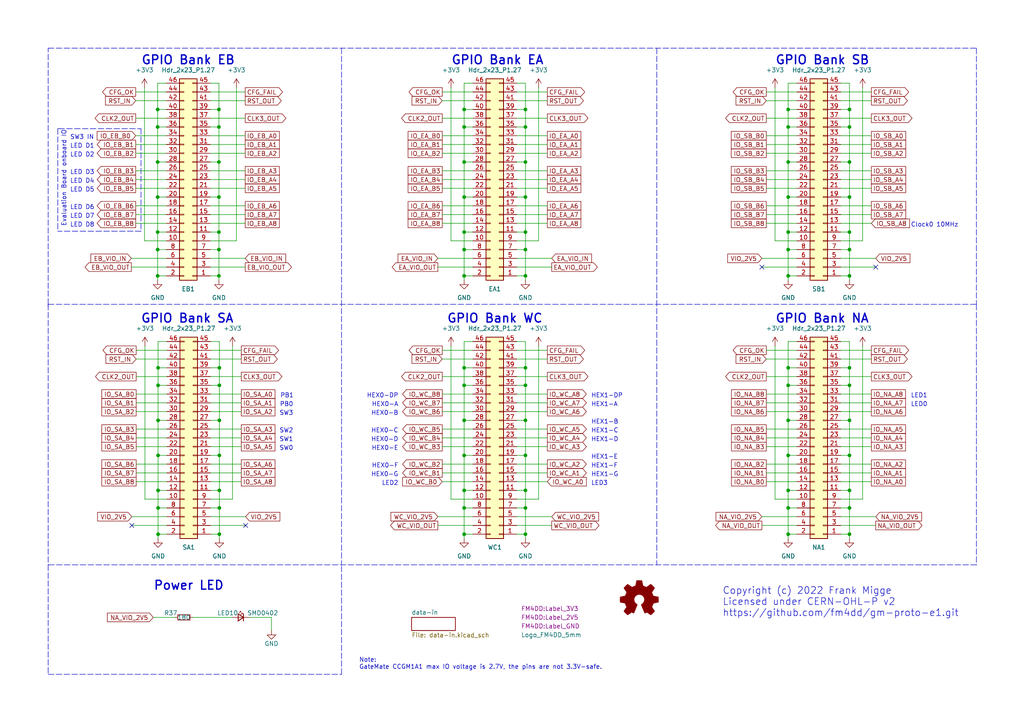
<source format=kicad_sch>
(kicad_sch (version 20211123) (generator eeschema)
  (paper "A4")
  (title_block (title "GateMate E1 Proto Board") (date "2022-09-04") (rev "1.0"))
  (junction (at 152.4 80.01))
  (junction (at 45.847 121.92))
  (junction (at 246.38 132.08))
  (junction (at 134.62 132.08))
  (junction (at 63.5 36.83))
  (junction (at 246.38 147.32))
  (junction (at 228.6 31.75))
  (junction (at 152.4 142.24))
  (junction (at 246.38 67.31))
  (junction (at 45.847 132.08))
  (junction (at 228.6 72.39))
  (junction (at 152.4 36.83))
  (junction (at 45.72 31.75))
  (junction (at 63.627 142.24))
  (junction (at 134.62 31.75))
  (junction (at 228.6 57.15))
  (junction (at 246.38 36.83))
  (junction (at 63.5 57.15))
  (junction (at 63.627 121.92))
  (junction (at 134.62 46.99))
  (junction (at 246.38 57.15))
  (junction (at 45.72 36.83))
  (junction (at 228.6 67.31))
  (junction (at 228.6 46.99))
  (junction (at 63.5 80.01))
  (junction (at 134.62 121.92))
  (junction (at 63.627 147.32))
  (junction (at 45.72 46.99))
  (junction (at 45.72 57.15))
  (junction (at 246.38 142.24))
  (junction (at 152.4 121.92))
  (junction (at 45.847 147.32))
  (junction (at 134.62 80.01))
  (junction (at 246.38 154.94))
  (junction (at 45.847 111.76))
  (junction (at 134.62 57.15))
  (junction (at 228.6 132.08))
  (junction (at 228.6 111.76))
  (junction (at 152.4 111.76))
  (junction (at 134.62 36.83))
  (junction (at 228.6 121.92))
  (junction (at 246.38 106.68))
  (junction (at 45.847 106.68))
  (junction (at 134.62 142.24))
  (junction (at 45.72 72.39))
  (junction (at 228.6 154.94))
  (junction (at 228.6 80.01))
  (junction (at 134.62 147.32))
  (junction (at 246.38 72.39))
  (junction (at 246.38 31.75))
  (junction (at 134.62 72.39))
  (junction (at 246.38 46.99))
  (junction (at 246.38 111.76))
  (junction (at 152.4 106.68))
  (junction (at 63.5 31.75))
  (junction (at 246.38 121.92))
  (junction (at 63.627 132.08))
  (junction (at 63.5 67.31))
  (junction (at 134.62 67.31))
  (junction (at 228.6 147.32))
  (junction (at 152.4 57.15))
  (junction (at 228.6 36.83))
  (junction (at 246.38 80.01))
  (junction (at 45.847 154.94))
  (junction (at 45.847 142.24))
  (junction (at 152.4 31.75))
  (junction (at 228.6 142.24))
  (junction (at 45.72 67.31))
  (junction (at 134.62 111.76))
  (junction (at 134.62 106.68))
  (junction (at 152.4 67.31))
  (junction (at 152.4 132.08))
  (junction (at 228.6 106.68))
  (junction (at 152.4 72.39))
  (junction (at 63.627 111.76))
  (junction (at 63.627 154.94))
  (junction (at 63.627 106.68))
  (junction (at 134.62 154.94))
  (junction (at 45.72 80.01))
  (junction (at 152.4 154.94))
  (junction (at 63.5 46.99))
  (junction (at 152.4 147.32))
  (junction (at 63.5 72.39))
  (junction (at 152.4 46.99))
  (no_connect (at 38.227 152.4))
  (no_connect (at 71.247 152.4))
  (no_connect (at 254 77.47))
  (no_connect (at 220.98 77.47))
  (wire (pts (xy 149.86 154.94) (xy 152.4 154.94)))
  (wire (pts (xy 149.86 46.99) (xy 152.4 46.99)))
  (wire (pts (xy 246.38 36.83) (xy 246.38 46.99)))
  (wire (pts (xy 250.19 25.4) (xy 250.19 69.85)))
  (wire (pts (xy 156.21 25.4) (xy 156.21 69.85)))
  (wire (pts (xy 63.627 121.92) (xy 63.627 132.08)))
  (wire (pts (xy 228.6 80.01) (xy 231.14 80.01)))
  (wire (pts (xy 45.847 99.06) (xy 45.847 106.68)))
  (wire (pts (xy 134.62 132.08) (xy 137.16 132.08)))
  (wire (pts (xy 60.96 39.37) (xy 71.12 39.37)))
  (wire (pts (xy 149.86 114.3) (xy 158.75 114.3)))
  (wire (pts (xy 134.62 80.01) (xy 137.16 80.01)))
  (wire (pts (xy 149.86 147.32) (xy 152.4 147.32)))
  (wire (pts (xy 63.5 36.83) (xy 63.5 46.99)))
  (wire (pts (xy 60.96 67.31) (xy 63.5 67.31)))
  (wire (pts (xy 222.25 139.7) (xy 231.14 139.7)))
  (wire (pts (xy 61.087 99.06) (xy 63.627 99.06)))
  (wire (pts (xy 45.847 147.32) (xy 45.847 154.94)))
  (wire (pts (xy 134.62 106.68) (xy 137.16 106.68)))
  (wire (pts (xy 60.96 31.75) (xy 63.5 31.75)))
  (wire (pts (xy 39.37 29.21) (xy 48.26 29.21)))
  (wire (pts (xy 243.84 26.67) (xy 252.73 26.67)))
  (polyline (pts (xy 13.97 88.9) (xy 13.97 88.265)))
  (wire (pts (xy 246.38 132.08) (xy 246.38 142.24)))
  (wire (pts (xy 45.72 36.83) (xy 48.26 36.83)))
  (wire (pts (xy 222.25 124.46) (xy 231.14 124.46)))
  (wire (pts (xy 60.96 64.77) (xy 71.12 64.77)))
  (wire (pts (xy 130.81 100.33) (xy 130.81 144.78)))
  (wire (pts (xy 128.27 64.77) (xy 137.16 64.77)))
  (wire (pts (xy 134.62 142.24) (xy 137.16 142.24)))
  (wire (pts (xy 39.37 44.45) (xy 48.26 44.45)))
  (wire (pts (xy 128.27 114.3) (xy 137.16 114.3)))
  (wire (pts (xy 243.84 62.23) (xy 252.73 62.23)))
  (wire (pts (xy 45.847 106.68) (xy 48.387 106.68)))
  (wire (pts (xy 149.86 54.61) (xy 158.75 54.61)))
  (wire (pts (xy 63.627 132.08) (xy 63.627 142.24)))
  (wire (pts (xy 243.84 142.24) (xy 246.38 142.24)))
  (wire (pts (xy 48.387 99.06) (xy 45.847 99.06)))
  (wire (pts (xy 246.38 121.92) (xy 246.38 132.08)))
  (wire (pts (xy 134.62 132.08) (xy 134.62 142.24)))
  (wire (pts (xy 243.84 134.62) (xy 252.73 134.62)))
  (wire (pts (xy 243.84 106.68) (xy 246.38 106.68)))
  (polyline (pts (xy 13.97 195.58) (xy 99.06 195.58)))
  (wire (pts (xy 228.6 67.31) (xy 228.6 72.39)))
  (wire (pts (xy 39.497 129.54) (xy 48.387 129.54)))
  (wire (pts (xy 243.84 116.84) (xy 252.73 116.84)))
  (wire (pts (xy 128.27 116.84) (xy 137.16 116.84)))
  (wire (pts (xy 60.96 36.83) (xy 63.5 36.83)))
  (wire (pts (xy 63.5 57.15) (xy 63.5 67.31)))
  (wire (pts (xy 228.6 147.32) (xy 231.14 147.32)))
  (wire (pts (xy 61.087 137.16) (xy 69.977 137.16)))
  (wire (pts (xy 39.497 116.84) (xy 48.387 116.84)))
  (wire (pts (xy 67.437 100.33) (xy 67.437 144.78)))
  (wire (pts (xy 61.087 104.14) (xy 69.977 104.14)))
  (wire (pts (xy 228.6 111.76) (xy 228.6 121.92)))
  (wire (pts (xy 222.25 116.84) (xy 231.14 116.84)))
  (wire (pts (xy 61.087 106.68) (xy 63.627 106.68)))
  (wire (pts (xy 39.37 26.67) (xy 48.26 26.67)))
  (wire (pts (xy 134.62 36.83) (xy 134.62 46.99)))
  (wire (pts (xy 243.84 127) (xy 252.73 127)))
  (wire (pts (xy 39.497 124.46) (xy 48.387 124.46)))
  (polyline (pts (xy 16.764 37.338) (xy 17.272 37.338)))
  (wire (pts (xy 228.6 154.94) (xy 228.6 156.21)))
  (wire (pts (xy 45.847 121.92) (xy 45.847 132.08)))
  (wire (pts (xy 149.86 119.38) (xy 158.75 119.38)))
  (wire (pts (xy 149.86 129.54) (xy 158.75 129.54)))
  (wire (pts (xy 243.84 77.47) (xy 254 77.47)))
  (wire (pts (xy 222.25 41.91) (xy 231.14 41.91)))
  (polyline (pts (xy 13.97 88.265) (xy 13.97 163.83)))
  (wire (pts (xy 228.6 31.75) (xy 231.14 31.75)))
  (wire (pts (xy 250.19 69.85) (xy 243.84 69.85)))
  (wire (pts (xy 224.79 100.33) (xy 224.79 144.78)))
  (wire (pts (xy 45.72 46.99) (xy 45.72 57.15)))
  (wire (pts (xy 130.81 144.78) (xy 137.16 144.78)))
  (wire (pts (xy 60.96 59.69) (xy 71.12 59.69)))
  (wire (pts (xy 134.62 72.39) (xy 137.16 72.39)))
  (wire (pts (xy 60.96 74.93) (xy 71.12 74.93)))
  (wire (pts (xy 222.25 29.21) (xy 231.14 29.21)))
  (wire (pts (xy 134.62 46.99) (xy 137.16 46.99)))
  (wire (pts (xy 61.087 101.6) (xy 69.977 101.6)))
  (wire (pts (xy 231.14 24.13) (xy 228.6 24.13)))
  (wire (pts (xy 45.72 67.31) (xy 48.26 67.31)))
  (wire (pts (xy 38.1 77.47) (xy 48.26 77.47)))
  (wire (pts (xy 127 152.4) (xy 137.16 152.4)))
  (wire (pts (xy 39.497 134.62) (xy 48.387 134.62)))
  (wire (pts (xy 128.27 59.69) (xy 137.16 59.69)))
  (wire (pts (xy 149.86 137.16) (xy 158.75 137.16)))
  (wire (pts (xy 60.96 24.13) (xy 63.5 24.13)))
  (wire (pts (xy 243.84 39.37) (xy 252.73 39.37)))
  (wire (pts (xy 243.84 29.21) (xy 252.73 29.21)))
  (wire (pts (xy 228.6 147.32) (xy 228.6 154.94)))
  (wire (pts (xy 149.86 59.69) (xy 158.75 59.69)))
  (wire (pts (xy 149.86 106.68) (xy 152.4 106.68)))
  (wire (pts (xy 243.84 54.61) (xy 252.73 54.61)))
  (wire (pts (xy 152.4 132.08) (xy 152.4 142.24)))
  (wire (pts (xy 243.84 49.53) (xy 252.73 49.53)))
  (wire (pts (xy 41.91 69.85) (xy 48.26 69.85)))
  (wire (pts (xy 128.27 127) (xy 137.16 127)))
  (wire (pts (xy 134.62 106.68) (xy 134.62 111.76)))
  (wire (pts (xy 63.627 142.24) (xy 63.627 147.32)))
  (polyline (pts (xy 283.21 163.83) (xy 13.97 163.83)))
  (wire (pts (xy 39.37 59.69) (xy 48.26 59.69)))
  (wire (pts (xy 246.38 24.13) (xy 246.38 31.75)))
  (wire (pts (xy 38.227 152.4) (xy 48.387 152.4)))
  (wire (pts (xy 246.38 67.31) (xy 246.38 72.39)))
  (wire (pts (xy 63.5 67.31) (xy 63.5 72.39)))
  (wire (pts (xy 134.62 154.94) (xy 137.16 154.94)))
  (wire (pts (xy 243.84 31.75) (xy 246.38 31.75)))
  (wire (pts (xy 149.86 41.91) (xy 158.75 41.91)))
  (wire (pts (xy 134.62 57.15) (xy 134.62 67.31)))
  (wire (pts (xy 222.25 54.61) (xy 231.14 54.61)))
  (wire (pts (xy 149.86 62.23) (xy 158.75 62.23)))
  (wire (pts (xy 134.62 111.76) (xy 137.16 111.76)))
  (wire (pts (xy 228.6 57.15) (xy 231.14 57.15)))
  (wire (pts (xy 134.62 154.94) (xy 134.62 156.21)))
  (wire (pts (xy 149.86 77.47) (xy 160.02 77.47)))
  (wire (pts (xy 60.96 26.67) (xy 71.12 26.67)))
  (wire (pts (xy 128.27 26.67) (xy 137.16 26.67)))
  (wire (pts (xy 246.38 147.32) (xy 246.38 154.94)))
  (wire (pts (xy 127 77.47) (xy 137.16 77.47)))
  (wire (pts (xy 45.847 121.92) (xy 48.387 121.92)))
  (wire (pts (xy 152.4 72.39) (xy 152.4 80.01)))
  (wire (pts (xy 149.86 134.62) (xy 158.75 134.62)))
  (wire (pts (xy 246.38 111.76) (xy 246.38 121.92)))
  (wire (pts (xy 246.38 31.75) (xy 246.38 36.83)))
  (wire (pts (xy 228.6 132.08) (xy 231.14 132.08)))
  (wire (pts (xy 128.27 124.46) (xy 137.16 124.46)))
  (wire (pts (xy 61.087 139.7) (xy 69.977 139.7)))
  (wire (pts (xy 228.6 72.39) (xy 228.6 80.01)))
  (wire (pts (xy 243.84 52.07) (xy 252.73 52.07)))
  (wire (pts (xy 137.16 24.13) (xy 134.62 24.13)))
  (wire (pts (xy 220.98 74.93) (xy 231.14 74.93)))
  (wire (pts (xy 61.087 147.32) (xy 63.627 147.32)))
  (wire (pts (xy 42.037 100.33) (xy 42.037 144.78)))
  (wire (pts (xy 222.25 114.3) (xy 231.14 114.3)))
  (wire (pts (xy 152.4 111.76) (xy 152.4 121.92)))
  (wire (pts (xy 60.96 62.23) (xy 71.12 62.23)))
  (wire (pts (xy 45.847 154.94) (xy 48.387 154.94)))
  (wire (pts (xy 222.25 62.23) (xy 231.14 62.23)))
  (wire (pts (xy 243.84 111.76) (xy 246.38 111.76)))
  (wire (pts (xy 41.91 25.4) (xy 41.91 69.85)))
  (wire (pts (xy 128.27 44.45) (xy 137.16 44.45)))
  (wire (pts (xy 45.847 142.24) (xy 45.847 147.32)))
  (wire (pts (xy 149.86 99.06) (xy 152.4 99.06)))
  (wire (pts (xy 243.84 74.93) (xy 254 74.93)))
  (wire (pts (xy 228.6 24.13) (xy 228.6 31.75)))
  (wire (pts (xy 134.62 31.75) (xy 137.16 31.75)))
  (wire (pts (xy 61.087 149.86) (xy 71.247 149.86)))
  (wire (pts (xy 60.96 29.21) (xy 71.12 29.21)))
  (wire (pts (xy 152.4 106.68) (xy 152.4 111.76)))
  (wire (pts (xy 149.86 142.24) (xy 152.4 142.24)))
  (wire (pts (xy 63.5 46.99) (xy 63.5 57.15)))
  (wire (pts (xy 60.96 46.99) (xy 63.5 46.99)))
  (wire (pts (xy 149.86 109.22) (xy 158.75 109.22)))
  (wire (pts (xy 42.037 144.78) (xy 48.387 144.78)))
  (wire (pts (xy 60.96 54.61) (xy 71.12 54.61)))
  (wire (pts (xy 63.627 154.94) (xy 63.627 156.21)))
  (wire (pts (xy 149.86 24.13) (xy 152.4 24.13)))
  (polyline (pts (xy 13.97 88.265) (xy 283.21 88.265)))
  (wire (pts (xy 134.62 80.01) (xy 134.62 81.28)))
  (wire (pts (xy 60.96 49.53) (xy 71.12 49.53)))
  (wire (pts (xy 39.37 34.29) (xy 48.26 34.29)))
  (wire (pts (xy 61.087 109.22) (xy 69.977 109.22)))
  (wire (pts (xy 243.84 129.54) (xy 252.73 129.54)))
  (wire (pts (xy 61.087 121.92) (xy 63.627 121.92)))
  (wire (pts (xy 152.4 24.13) (xy 152.4 31.75)))
  (wire (pts (xy 222.25 64.77) (xy 231.14 64.77)))
  (polyline (pts (xy 283.21 88.265) (xy 283.21 163.83)))
  (wire (pts (xy 224.79 69.85) (xy 231.14 69.85)))
  (wire (pts (xy 67.437 144.78) (xy 61.087 144.78)))
  (wire (pts (xy 55.88 179.07) (xy 67.31 179.07)))
  (wire (pts (xy 149.86 67.31) (xy 152.4 67.31)))
  (wire (pts (xy 45.847 132.08) (xy 48.387 132.08)))
  (wire (pts (xy 45.72 57.15) (xy 48.26 57.15)))
  (wire (pts (xy 243.84 124.46) (xy 252.73 124.46)))
  (wire (pts (xy 149.86 104.14) (xy 158.75 104.14)))
  (wire (pts (xy 243.84 121.92) (xy 246.38 121.92)))
  (wire (pts (xy 45.72 57.15) (xy 45.72 67.31)))
  (wire (pts (xy 72.39 179.07) (xy 78.74 179.07)))
  (wire (pts (xy 134.62 31.75) (xy 134.62 36.83)))
  (wire (pts (xy 45.72 72.39) (xy 48.26 72.39)))
  (wire (pts (xy 149.86 26.67) (xy 158.75 26.67)))
  (wire (pts (xy 60.96 41.91) (xy 71.12 41.91)))
  (wire (pts (xy 61.087 132.08) (xy 63.627 132.08)))
  (wire (pts (xy 222.25 129.54) (xy 231.14 129.54)))
  (wire (pts (xy 39.37 64.77) (xy 48.26 64.77)))
  (wire (pts (xy 222.25 134.62) (xy 231.14 134.62)))
  (wire (pts (xy 152.4 142.24) (xy 152.4 147.32)))
  (wire (pts (xy 45.847 132.08) (xy 45.847 142.24)))
  (wire (pts (xy 228.6 142.24) (xy 231.14 142.24)))
  (wire (pts (xy 228.6 121.92) (xy 228.6 132.08)))
  (wire (pts (xy 246.38 46.99) (xy 246.38 57.15)))
  (wire (pts (xy 228.6 31.75) (xy 228.6 36.83)))
  (wire (pts (xy 128.27 39.37) (xy 137.16 39.37)))
  (wire (pts (xy 246.38 72.39) (xy 246.38 80.01)))
  (wire (pts (xy 243.84 154.94) (xy 246.38 154.94)))
  (wire (pts (xy 243.84 147.32) (xy 246.38 147.32)))
  (wire (pts (xy 222.25 59.69) (xy 231.14 59.69)))
  (wire (pts (xy 149.86 29.21) (xy 158.75 29.21)))
  (wire (pts (xy 45.847 106.68) (xy 45.847 111.76)))
  (wire (pts (xy 134.62 67.31) (xy 134.62 72.39)))
  (wire (pts (xy 60.96 80.01) (xy 63.5 80.01)))
  (polyline (pts (xy 13.97 13.97) (xy 283.21 13.97)))
  (wire (pts (xy 128.27 137.16) (xy 137.16 137.16)))
  (wire (pts (xy 152.4 99.06) (xy 152.4 106.68)))
  (wire (pts (xy 45.847 111.76) (xy 48.387 111.76)))
  (wire (pts (xy 222.25 44.45) (xy 231.14 44.45)))
  (wire (pts (xy 134.62 142.24) (xy 134.62 147.32)))
  (wire (pts (xy 246.38 106.68) (xy 246.38 111.76)))
  (wire (pts (xy 243.84 36.83) (xy 246.38 36.83)))
  (wire (pts (xy 63.627 147.32) (xy 63.627 154.94)))
  (wire (pts (xy 127 149.86) (xy 137.16 149.86)))
  (wire (pts (xy 45.847 142.24) (xy 48.387 142.24)))
  (wire (pts (xy 243.84 59.69) (xy 252.73 59.69)))
  (wire (pts (xy 134.62 111.76) (xy 134.62 121.92)))
  (wire (pts (xy 134.62 121.92) (xy 137.16 121.92)))
  (wire (pts (xy 63.627 106.68) (xy 63.627 111.76)))
  (polyline (pts (xy 13.97 163.83) (xy 13.97 195.58)))
  (wire (pts (xy 149.86 149.86) (xy 160.02 149.86)))
  (wire (pts (xy 61.087 119.38) (xy 69.977 119.38)))
  (wire (pts (xy 228.6 132.08) (xy 228.6 142.24)))
  (wire (pts (xy 61.087 116.84) (xy 69.977 116.84)))
  (wire (pts (xy 39.497 119.38) (xy 48.387 119.38)))
  (wire (pts (xy 60.96 34.29) (xy 71.12 34.29)))
  (wire (pts (xy 149.86 31.75) (xy 152.4 31.75)))
  (wire (pts (xy 149.86 144.78) (xy 156.21 144.78)))
  (wire (pts (xy 61.087 154.94) (xy 63.627 154.94)))
  (wire (pts (xy 39.37 39.37) (xy 48.26 39.37)))
  (wire (pts (xy 149.86 72.39) (xy 152.4 72.39)))
  (wire (pts (xy 39.497 109.22) (xy 48.387 109.22)))
  (wire (pts (xy 231.14 99.06) (xy 228.6 99.06)))
  (wire (pts (xy 39.497 101.6) (xy 48.387 101.6)))
  (wire (pts (xy 243.84 99.06) (xy 246.38 99.06)))
  (wire (pts (xy 228.6 142.24) (xy 228.6 147.32)))
  (wire (pts (xy 149.86 39.37) (xy 158.75 39.37)))
  (wire (pts (xy 149.86 152.4) (xy 160.02 152.4)))
  (wire (pts (xy 222.25 26.67) (xy 231.14 26.67)))
  (wire (pts (xy 68.58 69.85) (xy 60.96 69.85)))
  (wire (pts (xy 243.84 41.91) (xy 252.73 41.91)))
  (wire (pts (xy 45.72 67.31) (xy 45.72 72.39)))
  (wire (pts (xy 45.72 80.01) (xy 48.26 80.01)))
  (wire (pts (xy 228.6 99.06) (xy 228.6 106.68)))
  (wire (pts (xy 128.27 134.62) (xy 137.16 134.62)))
  (wire (pts (xy 134.62 121.92) (xy 134.62 132.08)))
  (wire (pts (xy 63.627 111.76) (xy 63.627 121.92)))
  (wire (pts (xy 243.84 152.4) (xy 254 152.4)))
  (wire (pts (xy 224.79 144.78) (xy 231.14 144.78)))
  (wire (pts (xy 243.84 67.31) (xy 246.38 67.31)))
  (wire (pts (xy 228.6 57.15) (xy 228.6 67.31)))
  (wire (pts (xy 222.25 39.37) (xy 231.14 39.37)))
  (wire (pts (xy 228.6 154.94) (xy 231.14 154.94)))
  (wire (pts (xy 149.86 101.6) (xy 158.75 101.6)))
  (wire (pts (xy 250.19 100.33) (xy 250.19 144.78)))
  (wire (pts (xy 243.84 149.86) (xy 254 149.86)))
  (wire (pts (xy 134.62 99.06) (xy 134.62 106.68)))
  (wire (pts (xy 39.37 41.91) (xy 48.26 41.91)))
  (wire (pts (xy 128.27 109.22) (xy 137.16 109.22)))
  (wire (pts (xy 243.84 44.45) (xy 252.73 44.45)))
  (wire (pts (xy 220.98 149.86) (xy 231.14 149.86)))
  (wire (pts (xy 134.62 57.15) (xy 137.16 57.15)))
  (polyline (pts (xy 16.764 37.338) (xy 16.764 67.056)))
  (wire (pts (xy 128.27 62.23) (xy 137.16 62.23)))
  (wire (pts (xy 61.087 111.76) (xy 63.627 111.76)))
  (wire (pts (xy 39.37 54.61) (xy 48.26 54.61)))
  (wire (pts (xy 246.38 57.15) (xy 246.38 67.31)))
  (wire (pts (xy 243.84 80.01) (xy 246.38 80.01)))
  (wire (pts (xy 243.84 34.29) (xy 252.73 34.29)))
  (wire (pts (xy 63.5 24.13) (xy 63.5 31.75)))
  (wire (pts (xy 60.96 72.39) (xy 63.5 72.39)))
  (wire (pts (xy 152.4 57.15) (xy 152.4 67.31)))
  (wire (pts (xy 149.86 139.7) (xy 158.75 139.7)))
  (wire (pts (xy 222.25 52.07) (xy 231.14 52.07)))
  (wire (pts (xy 45.72 80.01) (xy 45.72 81.28)))
  (wire (pts (xy 149.86 121.92) (xy 152.4 121.92)))
  (wire (pts (xy 128.27 49.53) (xy 137.16 49.53)))
  (wire (pts (xy 220.98 77.47) (xy 231.14 77.47)))
  (wire (pts (xy 246.38 142.24) (xy 246.38 147.32)))
  (wire (pts (xy 243.84 119.38) (xy 252.73 119.38)))
  (wire (pts (xy 137.16 99.06) (xy 134.62 99.06)))
  (wire (pts (xy 149.86 111.76) (xy 152.4 111.76)))
  (wire (pts (xy 152.4 154.94) (xy 152.4 156.21)))
  (wire (pts (xy 222.25 101.6) (xy 231.14 101.6)))
  (wire (pts (xy 60.96 57.15) (xy 63.5 57.15)))
  (wire (pts (xy 61.087 134.62) (xy 69.977 134.62)))
  (wire (pts (xy 228.6 111.76) (xy 231.14 111.76)))
  (wire (pts (xy 243.84 101.6) (xy 252.73 101.6)))
  (wire (pts (xy 243.84 144.78) (xy 250.19 144.78)))
  (wire (pts (xy 45.72 31.75) (xy 45.72 36.83)))
  (wire (pts (xy 222.25 127) (xy 231.14 127)))
  (wire (pts (xy 45.847 147.32) (xy 48.387 147.32)))
  (wire (pts (xy 149.86 132.08) (xy 152.4 132.08)))
  (wire (pts (xy 45.847 154.94) (xy 45.847 156.21)))
  (wire (pts (xy 63.5 31.75) (xy 63.5 36.83)))
  (wire (pts (xy 220.98 152.4) (xy 231.14 152.4)))
  (wire (pts (xy 134.62 46.99) (xy 134.62 57.15)))
  (wire (pts (xy 128.27 34.29) (xy 137.16 34.29)))
  (wire (pts (xy 39.37 52.07) (xy 48.26 52.07)))
  (wire (pts (xy 156.21 144.78) (xy 156.21 100.33)))
  (wire (pts (xy 128.27 119.38) (xy 137.16 119.38)))
  (polyline (pts (xy 190.5 13.97) (xy 190.5 163.83)))
  (wire (pts (xy 228.6 121.92) (xy 231.14 121.92)))
  (wire (pts (xy 68.58 25.4) (xy 68.58 69.85)))
  (wire (pts (xy 128.27 54.61) (xy 137.16 54.61)))
  (wire (pts (xy 243.84 64.77) (xy 252.73 64.77)))
  (wire (pts (xy 228.6 36.83) (xy 231.14 36.83)))
  (wire (pts (xy 152.4 121.92) (xy 152.4 132.08)))
  (wire (pts (xy 243.84 139.7) (xy 252.73 139.7)))
  (wire (pts (xy 48.26 24.13) (xy 45.72 24.13)))
  (polyline (pts (xy 13.97 88.265) (xy 13.97 13.97)))
  (wire (pts (xy 149.86 127) (xy 158.75 127)))
  (wire (pts (xy 246.38 99.06) (xy 246.38 106.68)))
  (wire (pts (xy 228.6 67.31) (xy 231.14 67.31)))
  (wire (pts (xy 134.62 67.31) (xy 137.16 67.31)))
  (wire (pts (xy 60.96 44.45) (xy 71.12 44.45)))
  (wire (pts (xy 45.72 72.39) (xy 45.72 80.01)))
  (wire (pts (xy 128.27 41.91) (xy 137.16 41.91)))
  (wire (pts (xy 243.84 46.99) (xy 246.38 46.99)))
  (wire (pts (xy 45.72 46.99) (xy 48.26 46.99)))
  (polyline (pts (xy 40.894 67.056) (xy 16.764 67.056)))
  (wire (pts (xy 39.497 114.3) (xy 48.387 114.3)))
  (wire (pts (xy 63.5 72.39) (xy 63.5 80.01)))
  (wire (pts (xy 243.84 109.22) (xy 252.73 109.22)))
  (wire (pts (xy 152.4 80.01) (xy 152.4 81.28)))
  (wire (pts (xy 246.38 154.94) (xy 246.38 156.21)))
  (wire (pts (xy 149.86 36.83) (xy 152.4 36.83)))
  (wire (pts (xy 78.74 179.07) (xy 78.74 182.88)))
  (wire (pts (xy 152.4 36.83) (xy 152.4 46.99)))
  (wire (pts (xy 134.62 72.39) (xy 134.62 80.01)))
  (wire (pts (xy 149.86 124.46) (xy 158.75 124.46)))
  (wire (pts (xy 149.86 64.77) (xy 158.75 64.77)))
  (wire (pts (xy 228.6 46.99) (xy 228.6 57.15)))
  (wire (pts (xy 222.25 137.16) (xy 231.14 137.16)))
  (wire (pts (xy 128.27 52.07) (xy 137.16 52.07)))
  (wire (pts (xy 152.4 147.32) (xy 152.4 154.94)))
  (wire (pts (xy 45.72 24.13) (xy 45.72 31.75)))
  (wire (pts (xy 222.25 119.38) (xy 231.14 119.38)))
  (wire (pts (xy 134.62 147.32) (xy 134.62 154.94)))
  (wire (pts (xy 128.27 139.7) (xy 137.16 139.7)))
  (wire (pts (xy 39.37 62.23) (xy 48.26 62.23)))
  (wire (pts (xy 228.6 36.83) (xy 228.6 46.99)))
  (wire (pts (xy 60.96 52.07) (xy 71.12 52.07)))
  (wire (pts (xy 134.62 36.83) (xy 137.16 36.83)))
  (wire (pts (xy 38.227 149.86) (xy 48.387 149.86)))
  (wire (pts (xy 130.81 69.85) (xy 137.16 69.85)))
  (wire (pts (xy 228.6 46.99) (xy 231.14 46.99)))
  (wire (pts (xy 243.84 57.15) (xy 246.38 57.15)))
  (wire (pts (xy 149.86 44.45) (xy 158.75 44.45)))
  (polyline (pts (xy 190.5 163.83) (xy 190.5 163.83)))
  (polyline (pts (xy 99.06 195.58) (xy 99.06 163.83)))
  (wire (pts (xy 61.087 152.4) (xy 71.247 152.4)))
  (wire (pts (xy 243.84 137.16) (xy 252.73 137.16)))
  (wire (pts (xy 149.86 34.29) (xy 158.75 34.29)))
  (wire (pts (xy 149.86 52.07) (xy 158.75 52.07)))
  (wire (pts (xy 60.96 77.47) (xy 71.12 77.47)))
  (wire (pts (xy 39.37 49.53) (xy 48.26 49.53)))
  (wire (pts (xy 243.84 104.14) (xy 252.73 104.14)))
  (wire (pts (xy 128.27 104.14) (xy 137.16 104.14)))
  (wire (pts (xy 61.087 127) (xy 69.977 127)))
  (polyline (pts (xy 99.06 13.97) (xy 99.06 163.83)))
  (wire (pts (xy 243.84 132.08) (xy 246.38 132.08)))
  (wire (pts (xy 63.627 99.06) (xy 63.627 106.68)))
  (wire (pts (xy 127 74.93) (xy 137.16 74.93)))
  (wire (pts (xy 222.25 104.14) (xy 231.14 104.14)))
  (wire (pts (xy 228.6 80.01) (xy 228.6 81.28)))
  (wire (pts (xy 39.497 104.14) (xy 48.387 104.14)))
  (wire (pts (xy 228.6 72.39) (xy 231.14 72.39)))
  (wire (pts (xy 152.4 31.75) (xy 152.4 36.83)))
  (wire (pts (xy 39.497 139.7) (xy 48.387 139.7)))
  (wire (pts (xy 128.27 129.54) (xy 137.16 129.54)))
  (wire (pts (xy 130.81 25.4) (xy 130.81 69.85)))
  (polyline (pts (xy 40.894 37.338) (xy 40.894 67.056)))
  (wire (pts (xy 222.25 49.53) (xy 231.14 49.53)))
  (wire (pts (xy 243.84 72.39) (xy 246.38 72.39)))
  (wire (pts (xy 149.86 74.93) (xy 160.02 74.93)))
  (wire (pts (xy 222.25 109.22) (xy 231.14 109.22)))
  (wire (pts (xy 149.86 49.53) (xy 158.75 49.53)))
  (wire (pts (xy 246.38 80.01) (xy 246.38 81.28)))
  (wire (pts (xy 152.4 67.31) (xy 152.4 72.39)))
  (wire (pts (xy 134.62 24.13) (xy 134.62 31.75)))
  (wire (pts (xy 156.21 69.85) (xy 149.86 69.85)))
  (wire (pts (xy 228.6 106.68) (xy 231.14 106.68)))
  (wire (pts (xy 243.84 114.3) (xy 252.73 114.3)))
  (wire (pts (xy 128.27 101.6) (xy 137.16 101.6)))
  (wire (pts (xy 38.1 74.93) (xy 48.26 74.93)))
  (wire (pts (xy 149.86 80.01) (xy 152.4 80.01)))
  (wire (pts (xy 152.4 46.99) (xy 152.4 57.15)))
  (wire (pts (xy 128.27 29.21) (xy 137.16 29.21)))
  (wire (pts (xy 149.86 57.15) (xy 152.4 57.15)))
  (wire (pts (xy 134.62 147.32) (xy 137.16 147.32)))
  (wire (pts (xy 45.847 111.76) (xy 45.847 121.92)))
  (wire (pts (xy 44.45 179.07) (xy 50.8 179.07)))
  (polyline (pts (xy 17.018 37.338) (xy 40.894 37.338)))
  (wire (pts (xy 224.79 25.4) (xy 224.79 69.85)))
  (wire (pts (xy 45.72 36.83) (xy 45.72 46.99)))
  (wire (pts (xy 61.087 142.24) (xy 63.627 142.24)))
  (wire (pts (xy 61.087 124.46) (xy 69.977 124.46)))
  (wire (pts (xy 149.86 116.84) (xy 158.75 116.84)))
  (polyline (pts (xy 283.21 13.97) (xy 283.21 88.265)))
  (wire (pts (xy 39.497 127) (xy 48.387 127)))
  (wire (pts (xy 63.5 80.01) (xy 63.5 81.28)))
  (wire (pts (xy 243.84 24.13) (xy 246.38 24.13)))
  (wire (pts (xy 61.087 129.54) (xy 69.977 129.54)))
  (wire (pts (xy 228.6 106.68) (xy 228.6 111.76)))
  (wire (pts (xy 39.497 137.16) (xy 48.387 137.16)))
  (wire (pts (xy 61.087 114.3) (xy 69.977 114.3)))
  (wire (pts (xy 222.25 34.29) (xy 231.14 34.29)))
  (wire (pts (xy 45.72 31.75) (xy 48.26 31.75)))
  (text "HEX0-A" (at 115.57 118.11 180) (effects (font (size 1.27 1.27)) (justify right bottom)))
  (text "SW1" (at 85.09 128.27 180) (effects (font (size 1.27 1.27)) (justify right bottom)))
  (text "LED1" (at 264.16 115.57 0) (effects (font (size 1.27 1.27)) (justify left bottom)))
  (text "HEX0-B" (at 115.57 120.65 180) (effects (font (size 1.27 1.27)) (justify right bottom)))
  (text "HEX0-E" (at 115.57 130.81 180) (effects (font (size 1.27 1.27)) (justify right bottom)))
  (text "LED D3" (at 20.32 50.8 0) (effects (font (size 1.27 1.27)) (justify left bottom)))
  (text "Note:\nGateMate CCGM1A1 max IO voltage is 2.7V, the pins are not 3.3V-safe." (at 104.14 194.31 0) (effects (font (size 1.27 1.27)) (justify left bottom)))
  (text "LED D7" (at 20.32 63.5 0) (effects (font (size 1.27 1.27)) (justify left bottom)))
  (text "LED D2" (at 20.32 45.72 0) (effects (font (size 1.27 1.27)) (justify left bottom)))
  (text "HEX1-F" (at 171.45 135.89 0) (effects (font (size 1.27 1.27)) (justify left bottom)))
  (text "SW3 IN" (at 20.32 40.64 0) (effects (font (size 1.27 1.27)) (justify left bottom)))
  (text "HEX0-F" (at 115.57 135.89 180) (effects (font (size 1.27 1.27)) (justify right bottom)))
  (text "LED D8" (at 20.32 66.04 0) (effects (font (size 1.27 1.27)) (justify left bottom)))
  (text "Clock0 10MHz" (at 264.16 66.04 0) (effects (font (size 1.27 1.27)) (justify left bottom)))
  (text "LED D4" (at 20.32 53.34 0) (effects (font (size 1.27 1.27)) (justify left bottom)))
  (text "HEX1-G" (at 171.45 138.43 0) (effects (font (size 1.27 1.27)) (justify left bottom)))
  (text "SW0" (at 85.09 130.81 180) (effects (font (size 1.27 1.27)) (justify right bottom)))
  (text "GPIO Bank NA" (at 224.79 93.98 0) (effects (font (size 2.54 2.54) (thickness 0.4) bold) (justify left bottom)))
  (text "LED2" (at 115.57 140.97 180) (effects (font (size 1.27 1.27)) (justify right bottom)))
  (text "Evaluation Board onboard IO" (at 19.304 65.786 90) (effects (font (size 1.27 1.27)) (justify left bottom)))
  (text "SW3" (at 85.09 120.65 180) (effects (font (size 1.27 1.27)) (justify right bottom)))
  (text "HEX1-D" (at 171.45 128.27 0) (effects (font (size 1.27 1.27)) (justify left bottom)))
  (text "HEX0-C" (at 115.57 125.73 180) (effects (font (size 1.27 1.27)) (justify right bottom)))
  (text "GPIO Bank SB" (at 224.79 19.05 0) (effects (font (size 2.54 2.54) (thickness 0.4) bold) (justify left bottom)))
  (text "GPIO Bank SA" (at 40.767 93.98 0) (effects (font (size 2.54 2.54) (thickness 0.4) bold) (justify left bottom)))
  (text "PB0" (at 85.09 118.11 180) (effects (font (size 1.27 1.27)) (justify right bottom)))
  (text "PB1" (at 81.28 115.57 0) (effects (font (size 1.27 1.27)) (justify left bottom)))
  (text "HEX0-G" (at 115.57 138.43 180) (effects (font (size 1.27 1.27)) (justify right bottom)))
  (text "HEX1-A" (at 171.45 118.11 0) (effects (font (size 1.27 1.27)) (justify left bottom)))
  (text "GPIO Bank EB" (at 40.894 19.05 0) (effects (font (size 2.54 2.54) (thickness 0.4) bold) (justify left bottom)))
  (text "HEX0-DP" (at 115.57 115.57 180) (effects (font (size 1.27 1.27)) (justify right bottom)))
  (text "LED D5" (at 20.32 55.88 0) (effects (font (size 1.27 1.27)) (justify left bottom)))
  (text "HEX1-C" (at 171.45 125.73 0) (effects (font (size 1.27 1.27)) (justify left bottom)))
  (text "LED D6" (at 20.32 60.96 0) (effects (font (size 1.27 1.27)) (justify left bottom)))
  (text "HEX1-E" (at 171.45 133.35 0) (effects (font (size 1.27 1.27)) (justify left bottom)))
  (text "GPIO Bank WC" (at 129.54 93.98 0) (effects (font (size 2.54 2.54) (thickness 0.4) bold) (justify left bottom)))
  (text "HEX1-DP" (at 171.45 115.57 0) (effects (font (size 1.27 1.27)) (justify left bottom)))
  (text "LED D1" (at 20.32 43.18 0) (effects (font (size 1.27 1.27)) (justify left bottom)))
  (text "Copyright (c) 2022 Frank Migge\nLicensed under CERN-OHL-P v2\nhttps://github.com/fm4dd/gm-proto-e1.git" (at 209.55 179.07 0) (effects (font (size 2 2)) (justify left bottom)))
  (text "HEX1-B" (at 171.45 123.19 0) (effects (font (size 1.27 1.27)) (justify left bottom)))
  (text "HEX0-D" (at 115.57 128.27 180) (effects (font (size 1.27 1.27)) (justify right bottom)))
  (text "Power LED" (at 44.45 171.45 0) (effects (font (size 2.54 2.54) (thickness 0.4) bold) (justify left bottom)))
  (text "LED3" (at 171.45 140.97 0) (effects (font (size 1.27 1.27)) (justify left bottom)))
  (text "GPIO Bank EA" (at 130.81 19.05 0) (effects (font (size 2.54 2.54) (thickness 0.4) bold) (justify left bottom)))
  (text "LED0" (at 264.16 118.11 0) (effects (font (size 1.27 1.27)) (justify left bottom)))
  (text "SW2" (at 85.09 125.73 180) (effects (font (size 1.27 1.27)) (justify right bottom)))
  (global_label "EA_VIO_OUT" (shape output) (at 127 77.47 180) (property "Intersheet References" "${INTERSHEET_REFS}" (effects hide)))
  (global_label "IO_SA_B5" (shape passive) (at 39.497 129.54 180) (property "Intersheet References" "${INTERSHEET_REFS}" (effects hide)))
  (global_label "IO_SB_A5" (shape passive) (at 252.73 54.61 0) (property "Intersheet References" "${INTERSHEET_REFS}" (effects hide)))
  (global_label "IO_EA_A4" (shape passive) (at 158.75 52.07 0) (property "Intersheet References" "${INTERSHEET_REFS}" (effects hide)))
  (global_label "IO_SA_A3" (shape passive) (at 69.977 124.46 0) (property "Intersheet References" "${INTERSHEET_REFS}" (effects hide)))
  (global_label "NA_VIO_OUT" (shape output) (at 220.98 152.4 180) (property "Intersheet References" "${INTERSHEET_REFS}" (effects hide)))
  (global_label "CFG_FAIL" (shape output) (at 158.75 26.67 0) (property "Intersheet References" "${INTERSHEET_REFS}" (effects hide)))
  (global_label "IO_SB_B8" (shape passive) (at 222.25 64.77 180) (property "Intersheet References" "${INTERSHEET_REFS}" (effects hide)))
  (global_label "IO_NA_A4" (shape passive) (at 252.73 127 0) (property "Intersheet References" "${INTERSHEET_REFS}" (effects hide)))
  (global_label "CLK3_OUT" (shape output) (at 71.12 34.29 0) (property "Intersheet References" "${INTERSHEET_REFS}" (effects hide)))
  (global_label "IO_NA_A8" (shape passive) (at 252.73 114.3 0) (property "Intersheet References" "${INTERSHEET_REFS}" (effects hide)))
  (global_label "IO_SB_A7" (shape passive) (at 252.73 62.23 0) (property "Intersheet References" "${INTERSHEET_REFS}" (effects hide)))
  (global_label "IO_EB_B4" (shape output) (at 39.37 52.07 180) (property "Intersheet References" "${INTERSHEET_REFS}" (effects hide)))
  (global_label "IO_WC_A7" (shape output) (at 158.75 116.84 0) (property "Intersheet References" "${INTERSHEET_REFS}" (effects hide)))
  (global_label "IO_NA_B7" (shape passive) (at 222.25 116.84 180) (property "Intersheet References" "${INTERSHEET_REFS}" (effects hide)))
  (global_label "IO_WC_A1" (shape output) (at 158.75 137.16 0) (property "Intersheet References" "${INTERSHEET_REFS}" (effects hide)))
  (global_label "IO_NA_B0" (shape passive) (at 222.25 139.7 180) (property "Intersheet References" "${INTERSHEET_REFS}" (effects hide)))
  (global_label "IO_SB_A3" (shape passive) (at 252.73 49.53 0) (property "Intersheet References" "${INTERSHEET_REFS}" (effects hide)))
  (global_label "IO_EB_A5" (shape passive) (at 71.12 54.61 0) (property "Intersheet References" "${INTERSHEET_REFS}" (effects hide)))
  (global_label "IO_EB_A8" (shape passive) (at 71.12 64.77 0) (property "Intersheet References" "${INTERSHEET_REFS}" (effects hide)))
  (global_label "IO_NA_A7" (shape passive) (at 252.73 116.84 0) (property "Intersheet References" "${INTERSHEET_REFS}" (effects hide)))
  (global_label "IO_EB_A2" (shape passive) (at 71.12 44.45 0) (property "Intersheet References" "${INTERSHEET_REFS}" (effects hide)))
  (global_label "IO_EB_B2" (shape output) (at 39.37 44.45 180) (property "Intersheet References" "${INTERSHEET_REFS}" (effects hide)))
  (global_label "IO_EB_A0" (shape passive) (at 71.12 39.37 0) (property "Intersheet References" "${INTERSHEET_REFS}" (effects hide)))
  (global_label "CFG_FAIL" (shape output) (at 69.977 101.6 0) (property "Intersheet References" "${INTERSHEET_REFS}" (effects hide)))
  (global_label "EB_VIO_IN" (shape input) (at 38.1 74.93 180) (property "Intersheet References" "${INTERSHEET_REFS}" (effects hide)))
  (global_label "NA_VIO_2V5" (shape input) (at 220.98 149.86 180) (property "Intersheet References" "${INTERSHEET_REFS}" (effects hide)))
  (global_label "IO_SA_B3" (shape passive) (at 39.497 124.46 180) (property "Intersheet References" "${INTERSHEET_REFS}" (effects hide)))
  (global_label "RST_IN" (shape input) (at 39.497 104.14 180) (property "Intersheet References" "${INTERSHEET_REFS}" (effects hide)))
  (global_label "IO_EA_B4" (shape passive) (at 128.27 52.07 180) (property "Intersheet References" "${INTERSHEET_REFS}" (effects hide)))
  (global_label "CFG_OK" (shape output) (at 128.27 26.67 180) (property "Intersheet References" "${INTERSHEET_REFS}" (effects hide)))
  (global_label "EA_VIO_IN" (shape input) (at 127 74.93 180) (property "Intersheet References" "${INTERSHEET_REFS}" (effects hide)))
  (global_label "RST_OUT" (shape output) (at 252.73 104.14 0) (property "Intersheet References" "${INTERSHEET_REFS}" (effects hide)))
  (global_label "RST_IN" (shape input) (at 128.27 104.14 180) (property "Intersheet References" "${INTERSHEET_REFS}" (effects hide)))
  (global_label "IO_WC_A3" (shape output) (at 158.75 129.54 0) (property "Intersheet References" "${INTERSHEET_REFS}" (effects hide)))
  (global_label "IO_SA_B8" (shape passive) (at 39.497 139.7 180) (property "Intersheet References" "${INTERSHEET_REFS}" (effects hide)))
  (global_label "IO_EA_A7" (shape passive) (at 158.75 62.23 0) (property "Intersheet References" "${INTERSHEET_REFS}" (effects hide)))
  (global_label "IO_WC_A2" (shape output) (at 158.75 134.62 0) (property "Intersheet References" "${INTERSHEET_REFS}" (effects hide)))
  (global_label "IO_WC_B5" (shape output) (at 128.27 124.46 180) (property "Intersheet References" "${INTERSHEET_REFS}" (effects hide)))
  (global_label "IO_SA_B0" (shape passive) (at 39.497 114.3 180) (property "Intersheet References" "${INTERSHEET_REFS}" (effects hide)))
  (global_label "IO_EA_A3" (shape passive) (at 158.75 49.53 0) (property "Intersheet References" "${INTERSHEET_REFS}" (effects hide)))
  (global_label "IO_EA_A8" (shape passive) (at 158.75 64.77 0) (property "Intersheet References" "${INTERSHEET_REFS}" (effects hide)))
  (global_label "IO_SB_A0" (shape passive) (at 252.73 39.37 0) (property "Intersheet References" "${INTERSHEET_REFS}" (effects hide)))
  (global_label "IO_EA_A5" (shape passive) (at 158.75 54.61 0) (property "Intersheet References" "${INTERSHEET_REFS}" (effects hide)))
  (global_label "CLK2_OUT" (shape output) (at 39.497 109.22 180) (property "Intersheet References" "${INTERSHEET_REFS}" (effects hide)))
  (global_label "IO_EA_A1" (shape passive) (at 158.75 41.91 0) (property "Intersheet References" "${INTERSHEET_REFS}" (effects hide)))
  (global_label "RST_IN" (shape input) (at 222.25 104.14 180) (property "Intersheet References" "${INTERSHEET_REFS}" (effects hide)))
  (global_label "IO_EA_A2" (shape passive) (at 158.75 44.45 0) (property "Intersheet References" "${INTERSHEET_REFS}" (effects hide)))
  (global_label "IO_WC_B2" (shape output) (at 128.27 134.62 180) (property "Intersheet References" "${INTERSHEET_REFS}" (effects hide)))
  (global_label "EB_VIO_OUT" (shape output) (at 38.1 77.47 180) (property "Intersheet References" "${INTERSHEET_REFS}" (effects hide)))
  (global_label "EA_VIO_OUT" (shape output) (at 160.02 77.47 0) (property "Intersheet References" "${INTERSHEET_REFS}" (effects hide)))
  (global_label "CFG_FAIL" (shape output) (at 252.73 101.6 0) (property "Intersheet References" "${INTERSHEET_REFS}" (effects hide)))
  (global_label "IO_EA_A6" (shape passive) (at 158.75 59.69 0) (property "Intersheet References" "${INTERSHEET_REFS}" (effects hide)))
  (global_label "EB_VIO_OUT" (shape output) (at 71.12 77.47 0) (property "Intersheet References" "${INTERSHEET_REFS}" (effects hide)))
  (global_label "IO_SA_A6" (shape passive) (at 69.977 134.62 0) (property "Intersheet References" "${INTERSHEET_REFS}" (effects hide)))
  (global_label "RST_IN" (shape input) (at 222.25 29.21 180) (property "Intersheet References" "${INTERSHEET_REFS}" (effects hide)))
  (global_label "IO_WC_A5" (shape output) (at 158.75 124.46 0) (property "Intersheet References" "${INTERSHEET_REFS}" (effects hide)))
  (global_label "IO_SA_A1" (shape passive) (at 69.977 116.84 0) (property "Intersheet References" "${INTERSHEET_REFS}" (effects hide)))
  (global_label "CFG_OK" (shape output) (at 222.25 101.6 180) (property "Intersheet References" "${INTERSHEET_REFS}" (effects hide)))
  (global_label "IO_EA_B2" (shape passive) (at 128.27 44.45 180) (property "Intersheet References" "${INTERSHEET_REFS}" (effects hide)))
  (global_label "CLK3_OUT" (shape output) (at 158.75 34.29 0) (property "Intersheet References" "${INTERSHEET_REFS}" (effects hide)))
  (global_label "CLK2_OUT" (shape output) (at 128.27 34.29 180) (property "Intersheet References" "${INTERSHEET_REFS}" (effects hide)))
  (global_label "CLK2_OUT" (shape output) (at 222.25 109.22 180) (property "Intersheet References" "${INTERSHEET_REFS}" (effects hide)))
  (global_label "CFG_FAIL" (shape output) (at 71.12 26.67 0) (property "Intersheet References" "${INTERSHEET_REFS}" (effects hide)))
  (global_label "WC_VIO_OUT" (shape output) (at 160.02 152.4 0) (property "Intersheet References" "${INTERSHEET_REFS}" (effects hide)))
  (global_label "CLK3_OUT" (shape output) (at 252.73 109.22 0) (property "Intersheet References" "${INTERSHEET_REFS}" (effects hide)))
  (global_label "IO_SB_B3" (shape passive) (at 222.25 49.53 180) (property "Intersheet References" "${INTERSHEET_REFS}" (effects hide)))
  (global_label "RST_IN" (shape input) (at 39.37 29.21 180) (property "Intersheet References" "${INTERSHEET_REFS}" (effects hide)))
  (global_label "IO_EA_B7" (shape passive) (at 128.27 62.23 180) (property "Intersheet References" "${INTERSHEET_REFS}" (effects hide)))
  (global_label "NA_VIO_OUT" (shape output) (at 254 152.4 0) (property "Intersheet References" "${INTERSHEET_REFS}" (effects hide)))
  (global_label "CLK3_OUT" (shape output) (at 252.73 34.29 0) (property "Intersheet References" "${INTERSHEET_REFS}" (effects hide)))
  (global_label "IO_SB_B0" (shape passive) (at 222.25 39.37 180) (property "Intersheet References" "${INTERSHEET_REFS}" (effects hide)))
  (global_label "IO_NA_A6" (shape passive) (at 252.73 119.38 0) (property "Intersheet References" "${INTERSHEET_REFS}" (effects hide)))
  (global_label "IO_SB_A6" (shape passive) (at 252.73 59.69 0) (property "Intersheet References" "${INTERSHEET_REFS}" (effects hide)))
  (global_label "RST_IN" (shape input) (at 128.27 29.21 180) (property "Intersheet References" "${INTERSHEET_REFS}" (effects hide)))
  (global_label "IO_WC_A6" (shape output) (at 158.75 119.38 0) (property "Intersheet References" "${INTERSHEET_REFS}" (effects hide)))
  (global_label "IO_SA_A4" (shape passive) (at 69.977 127 0) (property "Intersheet References" "${INTERSHEET_REFS}" (effects hide)))
  (global_label "CLK2_OUT" (shape output) (at 128.27 109.22 180) (property "Intersheet References" "${INTERSHEET_REFS}" (effects hide)))
  (global_label "IO_NA_B1" (shape passive) (at 222.25 137.16 180) (property "Intersheet References" "${INTERSHEET_REFS}" (effects hide)))
  (global_label "IO_SB_A4" (shape passive) (at 252.73 52.07 0) (property "Intersheet References" "${INTERSHEET_REFS}" (effects hide)))
  (global_label "RST_OUT" (shape output) (at 158.75 104.14 0) (property "Intersheet References" "${INTERSHEET_REFS}" (effects hide)))
  (global_label "IO_EB_A7" (shape passive) (at 71.12 62.23 0) (property "Intersheet References" "${INTERSHEET_REFS}" (effects hide)))
  (global_label "EB_VIO_IN" (shape input) (at 71.12 74.93 0) (property "Intersheet References" "${INTERSHEET_REFS}" (effects hide)))
  (global_label "IO_WC_B6" (shape output) (at 128.27 119.38 180) (property "Intersheet References" "${INTERSHEET_REFS}" (effects hide)))
  (global_label "IO_SA_A5" (shape passive) (at 69.977 129.54 0) (property "Intersheet References" "${INTERSHEET_REFS}" (effects hide)))
  (global_label "NA_VIO_2V5" (shape input) (at 254 149.86 0) (property "Intersheet References" "${INTERSHEET_REFS}" (effects hide)))
  (global_label "RST_OUT" (shape output) (at 252.73 29.21 0) (property "Intersheet References" "${INTERSHEET_REFS}" (effects hide)))
  (global_label "IO_WC_B0" (shape input) (at 128.27 139.7 180) (property "Intersheet References" "${INTERSHEET_REFS}" (effects hide)))
  (global_label "IO_NA_B8" (shape passive) (at 222.25 114.3 180) (property "Intersheet References" "${INTERSHEET_REFS}" (effects hide)))
  (global_label "IO_EB_B1" (shape output) (at 39.37 41.91 180) (property "Intersheet References" "${INTERSHEET_REFS}" (effects hide)))
  (global_label "IO_SA_A0" (shape passive) (at 69.977 114.3 0) (property "Intersheet References" "${INTERSHEET_REFS}" (effects hide)))
  (global_label "VIO_2V5" (shape input) (at 254 74.93 0) (property "Intersheet References" "${INTERSHEET_REFS}" (effects hide)))
  (global_label "IO_EA_B1" (shape passive) (at 128.27 41.91 180) (property "Intersheet References" "${INTERSHEET_REFS}" (effects hide)))
  (global_label "IO_SA_A7" (shape passive) (at 69.977 137.16 0) (property "Intersheet References" "${INTERSHEET_REFS}" (effects hide)))
  (global_label "CLK2_OUT" (shape output) (at 39.37 34.29 180) (property "Intersheet References" "${INTERSHEET_REFS}" (effects hide)))
  (global_label "IO_SA_A2" (shape passive) (at 69.977 119.38 0) (property "Intersheet References" "${INTERSHEET_REFS}" (effects hide)))
  (global_label "IO_NA_A2" (shape passive) (at 252.73 134.62 0) (property "Intersheet References" "${INTERSHEET_REFS}" (effects hide)))
  (global_label "IO_WC_B1" (shape output) (at 128.27 137.16 180) (property "Intersheet References" "${INTERSHEET_REFS}" (effects hide)))
  (global_label "IO_SB_B5" (shape passive) (at 222.25 54.61 180) (property "Intersheet References" "${INTERSHEET_REFS}" (effects hide)))
  (global_label "IO_SA_B2" (shape passive) (at 39.497 119.38 180) (property "Intersheet References" "${INTERSHEET_REFS}" (effects hide)))
  (global_label "WC_VIO_OUT" (shape output) (at 127 152.4 180) (property "Intersheet References" "${INTERSHEET_REFS}" (effects hide)))
  (global_label "IO_SB_A2" (shape passive) (at 252.73 44.45 0) (property "Intersheet References" "${INTERSHEET_REFS}" (effects hide)))
  (global_label "IO_EB_B5" (shape output) (at 39.37 54.61 180) (property "Intersheet References" "${INTERSHEET_REFS}" (effects hide)))
  (global_label "IO_EA_B3" (shape passive) (at 128.27 49.53 180) (property "Intersheet References" "${INTERSHEET_REFS}" (effects hide)))
  (global_label "VIO_2V5" (shape input) (at 38.227 149.86 180) (property "Intersheet References" "${INTERSHEET_REFS}" (effects hide)))
  (global_label "IO_SA_B6" (shape passive) (at 39.497 134.62 180) (property "Intersheet References" "${INTERSHEET_REFS}" (effects hide)))
  (global_label "IO_WC_B7" (shape output) (at 128.27 116.84 180) (property "Intersheet References" "${INTERSHEET_REFS}" (effects hide)))
  (global_label "IO_EB_A3" (shape passive) (at 71.12 49.53 0) (property "Intersheet References" "${INTERSHEET_REFS}" (effects hide)))
  (global_label "RST_OUT" (shape output) (at 71.12 29.21 0) (property "Intersheet References" "${INTERSHEET_REFS}" (effects hide)))
  (global_label "IO_EA_B5" (shape passive) (at 128.27 54.61 180) (property "Intersheet References" "${INTERSHEET_REFS}" (effects hide)))
  (global_label "IO_SA_B1" (shape passive) (at 39.497 116.84 180) (property "Intersheet References" "${INTERSHEET_REFS}" (effects hide)))
  (global_label "IO_NA_B6" (shape passive) (at 222.25 119.38 180) (property "Intersheet References" "${INTERSHEET_REFS}" (effects hide)))
  (global_label "RST_OUT" (shape output) (at 158.75 29.21 0) (property "Intersheet References" "${INTERSHEET_REFS}" (effects hide)))
  (global_label "IO_SB_B7" (shape passive) (at 222.25 62.23 180) (property "Intersheet References" "${INTERSHEET_REFS}" (effects hide)))
  (global_label "IO_WC_B8" (shape output) (at 128.27 114.3 180) (property "Intersheet References" "${INTERSHEET_REFS}" (effects hide)))
  (global_label "IO_NA_A1" (shape passive) (at 252.73 137.16 0) (property "Intersheet References" "${INTERSHEET_REFS}" (effects hide)))
  (global_label "CFG_FAIL" (shape output) (at 158.75 101.6 0) (property "Intersheet References" "${INTERSHEET_REFS}" (effects hide)))
  (global_label "IO_WC_B4" (shape output) (at 128.27 127 180) (property "Intersheet References" "${INTERSHEET_REFS}" (effects hide)))
  (global_label "IO_NA_B5" (shape passive) (at 222.25 124.46 180) (property "Intersheet References" "${INTERSHEET_REFS}" (effects hide)))
  (global_label "IO_NA_A5" (shape passive) (at 252.73 124.46 0) (property "Intersheet References" "${INTERSHEET_REFS}" (effects hide)))
  (global_label "CFG_OK" (shape output) (at 39.497 101.6 180) (property "Intersheet References" "${INTERSHEET_REFS}" (effects hide)))
  (global_label "NA_VIO_2V5" (shape input) (at 44.45 179.07 180) (property "Intersheet References" "${INTERSHEET_REFS}" (effects hide)))
  (global_label "CLK3_OUT" (shape output) (at 158.75 109.22 0) (property "Intersheet References" "${INTERSHEET_REFS}" (effects hide)))
  (global_label "VIO_2V5" (shape input) (at 71.247 149.86 0) (property "Intersheet References" "${INTERSHEET_REFS}" (effects hide)))
  (global_label "IO_NA_B2" (shape passive) (at 222.25 134.62 180) (property "Intersheet References" "${INTERSHEET_REFS}" (effects hide)))
  (global_label "IO_EA_B6" (shape passive) (at 128.27 59.69 180) (property "Intersheet References" "${INTERSHEET_REFS}" (effects hide)))
  (global_label "IO_NA_A0" (shape passive) (at 252.73 139.7 0) (property "Intersheet References" "${INTERSHEET_REFS}" (effects hide)))
  (global_label "IO_SB_B2" (shape passive) (at 222.25 44.45 180) (property "Intersheet References" "${INTERSHEET_REFS}" (effects hide)))
  (global_label "IO_EA_B0" (shape passive) (at 128.27 39.37 180) (property "Intersheet References" "${INTERSHEET_REFS}" (effects hide)))
  (global_label "IO_SB_B4" (shape passive) (at 222.25 52.07 180) (property "Intersheet References" "${INTERSHEET_REFS}" (effects hide)))
  (global_label "CFG_OK" (shape output) (at 222.25 26.67 180) (property "Intersheet References" "${INTERSHEET_REFS}" (effects hide)))
  (global_label "IO_EA_A0" (shape passive) (at 158.75 39.37 0) (property "Intersheet References" "${INTERSHEET_REFS}" (effects hide)))
  (global_label "IO_NA_B3" (shape passive) (at 222.25 129.54 180) (property "Intersheet References" "${INTERSHEET_REFS}" (effects hide)))
  (global_label "IO_WC_A0" (shape input) (at 158.75 139.7 0) (property "Intersheet References" "${INTERSHEET_REFS}" (effects hide)))
  (global_label "WC_VIO_2V5" (shape input) (at 127 149.86 180) (property "Intersheet References" "${INTERSHEET_REFS}" (effects hide)))
  (global_label "IO_WC_A4" (shape output) (at 158.75 127 0) (property "Intersheet References" "${INTERSHEET_REFS}" (effects hide)))
  (global_label "IO_EB_A4" (shape passive) (at 71.12 52.07 0) (property "Intersheet References" "${INTERSHEET_REFS}" (effects hide)))
  (global_label "IO_EB_B0" (shape input) (at 39.37 39.37 180) (property "Intersheet References" "${INTERSHEET_REFS}" (effects hide)))
  (global_label "IO_EB_A6" (shape passive) (at 71.12 59.69 0) (property "Intersheet References" "${INTERSHEET_REFS}" (effects hide)))
  (global_label "RST_OUT" (shape output) (at 69.977 104.14 0) (property "Intersheet References" "${INTERSHEET_REFS}" (effects hide)))
  (global_label "IO_EB_B7" (shape output) (at 39.37 62.23 180) (property "Intersheet References" "${INTERSHEET_REFS}" (effects hide)))
  (global_label "CLK3_OUT" (shape output) (at 69.977 109.22 0) (property "Intersheet References" "${INTERSHEET_REFS}" (effects hide)))
  (global_label "IO_WC_B3" (shape output) (at 128.27 129.54 180) (property "Intersheet References" "${INTERSHEET_REFS}" (effects hide)))
  (global_label "IO_SA_A8" (shape passive) (at 69.977 139.7 0) (property "Intersheet References" "${INTERSHEET_REFS}" (effects hide)))
  (global_label "EA_VIO_IN" (shape input) (at 160.02 74.93 0) (property "Intersheet References" "${INTERSHEET_REFS}" (effects hide)))
  (global_label "IO_WC_A8" (shape output) (at 158.75 114.3 0) (property "Intersheet References" "${INTERSHEET_REFS}" (effects hide)))
  (global_label "VIO_2V5" (shape input) (at 220.98 74.93 180) (property "Intersheet References" "${INTERSHEET_REFS}" (effects hide)))
  (global_label "CFG_FAIL" (shape output) (at 252.73 26.67 0) (property "Intersheet References" "${INTERSHEET_REFS}" (effects hide)))
  (global_label "IO_EB_B8" (shape output) (at 39.37 64.77 180) (property "Intersheet References" "${INTERSHEET_REFS}" (effects hide)))
  (global_label "CFG_OK" (shape output) (at 39.37 26.67 180) (property "Intersheet References" "${INTERSHEET_REFS}" (effects hide)))
  (global_label "CLK2_OUT" (shape output) (at 222.25 34.29 180) (property "Intersheet References" "${INTERSHEET_REFS}" (effects hide)))
  (global_label "IO_SB_B1" (shape passive) (at 222.25 41.91 180) (property "Intersheet References" "${INTERSHEET_REFS}" (effects hide)))
  (global_label "IO_SB_B6" (shape passive) (at 222.25 59.69 180) (property "Intersheet References" "${INTERSHEET_REFS}" (effects hide)))
  (global_label "IO_SB_A8" (shape input) (at 252.73 64.77 0) (property "Intersheet References" "${INTERSHEET_REFS}" (effects hide)))
  (global_label "WC_VIO_2V5" (shape input) (at 160.02 149.86 0) (property "Intersheet References" "${INTERSHEET_REFS}" (effects hide)))
  (global_label "IO_EB_B3" (shape output) (at 39.37 49.53 180) (property "Intersheet References" "${INTERSHEET_REFS}" (effects hide)))
  (global_label "IO_SB_A1" (shape passive) (at 252.73 41.91 0) (property "Intersheet References" "${INTERSHEET_REFS}" (effects hide)))
  (global_label "IO_SA_B4" (shape passive) (at 39.497 127 180) (property "Intersheet References" "${INTERSHEET_REFS}" (effects hide)))
  (global_label "IO_EB_B6" (shape output) (at 39.37 59.69 180) (property "Intersheet References" "${INTERSHEET_REFS}" (effects hide)))
  (global_label "IO_EA_B8" (shape passive) (at 128.27 64.77 180) (property "Intersheet References" "${INTERSHEET_REFS}" (effects hide)))
  (global_label "IO_EB_A1" (shape passive) (at 71.12 41.91 0) (property "Intersheet References" "${INTERSHEET_REFS}" (effects hide)))
  (global_label "IO_NA_A3" (shape passive) (at 252.73 129.54 0) (property "Intersheet References" "${INTERSHEET_REFS}" (effects hide)))
  (global_label "IO_SA_B7" (shape passive) (at 39.497 137.16 180) (property "Intersheet References" "${INTERSHEET_REFS}" (effects hide)))
  (global_label "IO_NA_B4" (shape passive) (at 222.25 127 180) (property "Intersheet References" "${INTERSHEET_REFS}" (effects hide)))
  (global_label "CFG_OK" (shape output) (at 128.27 101.6 180) (property "Intersheet References" "${INTERSHEET_REFS}" (effects hide)))
  (symbol (lib_id "power:+3V3") (at 250.19 25.4 0) (unit 1)
    (property "Reference" "#PWR0106" (effects hide))
    (property "Value" "+3V3" (at 250.19 20.32 0))
  )
  (symbol (lib_id "FM4DD:Label_3V3") (at 158.75 176.53 0) (unit 1)
    (property "Reference" "LB5" (effects hide))
    (property "Value" "Label_3V3" (effects hide))
    (property "Footprint" "FM4DD:Label_3V3" (at 151.13 176.53 0) (effects (justify left)))
  )
  (symbol (lib_id "power:+3V3") (at 224.79 25.4 0) (unit 1)
    (property "Reference" "#PWR0105" (effects hide))
    (property "Value" "+3V3" (at 224.79 20.32 0))
  )
  (symbol (lib_id "power:GND") (at 152.4 81.28 0) (unit 1)
    (property "Reference" "#PWR0102" (effects hide))
    (property "Value" "GND" (at 152.4 86.36 0))
  )
  (symbol (lib_id "power:+3V3") (at 41.91 25.4 0) (unit 1)
    (property "Reference" "#PWR0114" (effects hide))
    (property "Value" "+3V3" (at 41.91 20.32 0))
  )
  (symbol (lib_id "power:GND") (at 63.5 81.28 0) (unit 1)
    (property "Reference" "#PWR0116" (effects hide))
    (property "Value" "GND" (at 63.5 86.36 0))
  )
  (symbol (lib_id "power:+3V3") (at 130.81 25.4 0) (unit 1)
    (property "Reference" "#PWR0115" (effects hide))
    (property "Value" "+3V3" (at 130.81 20.32 0))
  )
  (symbol (lib_id "Connector_Generic:Conn_02x23_Odd_Even") (at 144.78 127 180) (unit 1)
    (property "Reference" "WC1" (at 143.51 158.75 0))
    (property "Value" "Hdr_2x23_P1.27" (at 143.51 95.25 0))
    (property "Footprint" "FM4DD:PinHeader_2x23_P1.27_backside" (effects hide))
  )
  (symbol (lib_id "Connector_Generic:Conn_02x23_Odd_Even") (at 144.78 52.07 180) (unit 1)
    (property "Reference" "EA1" (at 143.51 83.82 0))
    (property "Value" "Hdr_2x23_P1.27" (at 143.51 20.32 0))
    (property "Footprint" "FM4DD:PinHeader_2x23_P1.27_backside" (effects hide))
  )
  (symbol (lib_id "Connector_Generic:Conn_02x23_Odd_Even") (at 56.007 127 180) (unit 1)
    (property "Reference" "SA1" (at 54.737 158.75 0))
    (property "Value" "Hdr_2x23_P1.27" (at 54.737 95.25 0))
    (property "Footprint" "FM4DD:PinHeader_2x23_P1.27_backside" (effects hide))
  )
  (symbol (lib_id "power:+3V3") (at 68.58 25.4 0) (unit 1)
    (property "Reference" "#PWR0122" (effects hide))
    (property "Value" "+3V3" (at 68.58 20.32 0))
  )
  (symbol (lib_id "power:GND") (at 45.847 156.21 0) (unit 1)
    (property "Reference" "#PWR0110" (effects hide))
    (property "Value" "GND" (at 45.847 161.29 0))
  )
  (symbol (lib_id "power:GND") (at 134.62 156.21 0) (unit 1)
    (property "Reference" "#PWR0125" (effects hide))
    (property "Value" "GND" (at 134.62 161.29 0))
  )
  (symbol (lib_id "Graphic:Logo_Open_Hardware_Small") (at 185.42 173.99 0) (unit 1)
    (property "Reference" "#LOGO1" (effects hide))
    (property "Value" "Logo_Open_Hardware_Small" (effects hide))
  )
  (symbol (lib_id "power:+3V3") (at 224.79 100.33 0) (unit 1)
    (property "Reference" "#PWR0112" (effects hide))
    (property "Value" "+3V3" (at 224.79 95.25 0))
  )
  (symbol (lib_id "FM4DD:Label_GND") (at 149.86 181.61 0) (unit 1)
    (property "Reference" "LB3" (effects hide))
    (property "Value" "Label_GND" (effects hide))
    (property "Footprint" "FM4DD:Label_GND" (at 151.13 181.6099 0) (effects (justify left)))
  )
  (symbol (lib_id "Device:LED_Small") (at 69.85 179.07 0) (mirror y) (unit 1)
    (property "Reference" "LED10" (at 66.04 177.8 0))
    (property "Value" "SMD0402" (at 76.2 177.8 0))
    (property "Footprint" "LED_THT:LED_D3.0mm" (effects hide))
  )
  (symbol (lib_id "power:GND") (at 246.38 81.28 0) (unit 1)
    (property "Reference" "#PWR0121" (effects hide))
    (property "Value" "GND" (at 246.38 86.36 0))
  )
  (symbol (lib_id "FM4DD:Label_2V5") (at 149.86 179.07 0) (unit 1)
    (property "Reference" "LB2" (effects hide))
    (property "Value" "Label_2V5" (effects hide))
    (property "Footprint" "FM4DD:Label_2V5" (at 151.13 179.0699 0) (effects (justify left)))
  )
  (symbol (lib_id "power:+3V3") (at 42.037 100.33 0) (unit 1)
    (property "Reference" "#PWR0123" (effects hide))
    (property "Value" "+3V3" (at 42.037 95.25 0))
  )
  (symbol (lib_id "Device:R_Small") (at 53.34 179.07 90) (unit 1)
    (property "Reference" "R37" (at 49.53 177.8 90))
    (property "Value" "180" (at 53.34 179.07 90))
    (property "Footprint" "Resistor_THT:R_Axial_DIN0204_L3.6mm_D1.6mm_P5.08mm_Horizontal" (effects hide))
  )
  (symbol (lib_id "power:GND") (at 78.74 182.88 0) (unit 1)
    (property "Reference" "#PWR0126" (effects hide))
    (property "Value" "GND" (at 78.74 186.69 0))
  )
  (symbol (lib_id "power:GND") (at 45.72 81.28 0) (unit 1)
    (property "Reference" "#PWR0104" (effects hide))
    (property "Value" "GND" (at 45.72 86.36 0))
  )
  (symbol (lib_id "power:+3V3") (at 130.81 100.33 0) (unit 1)
    (property "Reference" "#PWR0107" (effects hide))
    (property "Value" "+3V3" (at 130.81 95.25 0))
  )
  (symbol (lib_id "power:+3V3") (at 67.437 100.33 0) (unit 1)
    (property "Reference" "#PWR0124" (effects hide))
    (property "Value" "+3V3" (at 67.437 95.25 0))
  )
  (symbol (lib_id "Connector_Generic:Conn_02x23_Odd_Even") (at 238.76 52.07 180) (unit 1)
    (property "Reference" "SB1" (at 237.49 83.82 0))
    (property "Value" "Hdr_2x23_P1.27" (at 237.49 20.32 0))
    (property "Footprint" "FM4DD:PinHeader_2x23_P1.27_backside" (effects hide))
  )
  (symbol (lib_id "power:+3V3") (at 250.19 100.33 0) (unit 1)
    (property "Reference" "#PWR0111" (effects hide))
    (property "Value" "+3V3" (at 250.19 95.25 0))
  )
  (symbol (lib_id "power:GND") (at 63.627 156.21 0) (unit 1)
    (property "Reference" "#PWR0108" (effects hide))
    (property "Value" "GND" (at 63.627 161.29 0))
  )
  (symbol (lib_id "power:GND") (at 228.6 81.28 0) (unit 1)
    (property "Reference" "#PWR0120" (effects hide))
    (property "Value" "GND" (at 228.6 86.36 0))
  )
  (symbol (lib_id "power:GND") (at 228.6 156.21 0) (unit 1)
    (property "Reference" "#PWR0118" (effects hide))
    (property "Value" "GND" (at 228.6 161.29 0))
  )
  (symbol (lib_id "power:+3V3") (at 156.21 25.4 0) (unit 1)
    (property "Reference" "#PWR0113" (effects hide))
    (property "Value" "+3V3" (at 156.21 20.32 0))
  )
  (symbol (lib_id "FM4DD:Logo_FM4DD_5mm") (at 149.86 184.15 0) (unit 1)
    (property "Reference" "LB4" (effects hide))
    (property "Value" "Logo_FM4DD_5mm" (at 151.13 184.1499 0) (effects (justify left)))
    (property "Footprint" "FM4DD:Logo_FM4DD_5mm_SScr" (effects hide))
  )
  (symbol (lib_id "Connector_Generic:Conn_02x23_Odd_Even") (at 238.76 127 180) (unit 1)
    (property "Reference" "NA1" (at 237.49 158.75 0))
    (property "Value" "Hdr_2x23_P1.27" (at 237.49 95.25 0))
    (property "Footprint" "FM4DD:PinHeader_2x23_P1.27_backside" (effects hide))
  )
  (symbol (lib_id "Connector_Generic:Conn_02x23_Odd_Even") (at 55.88 52.07 180) (unit 1)
    (property "Reference" "EB1" (at 54.61 83.82 0))
    (property "Value" "Hdr_2x23_P1.27" (at 54.61 20.32 0))
    (property "Footprint" "FM4DD:PinHeader_2x23_P1.27_backside" (effects hide))
  )
  (symbol (lib_id "power:+3V3") (at 156.21 100.33 0) (unit 1)
    (property "Reference" "#PWR0109" (effects hide))
    (property "Value" "+3V3" (at 156.21 95.25 0))
  )
  (symbol (lib_id "power:GND") (at 152.4 156.21 0) (unit 1)
    (property "Reference" "#PWR0117" (effects hide))
    (property "Value" "GND" (at 152.4 161.29 0))
  )
  (symbol (lib_id "power:GND") (at 134.62 81.28 0) (unit 1)
    (property "Reference" "#PWR0103" (effects hide))
    (property "Value" "GND" (at 134.62 86.36 0))
  )
  (symbol (lib_id "power:GND") (at 246.38 156.21 0) (unit 1)
    (property "Reference" "#PWR0119" (effects hide))
    (property "Value" "GND" (at 246.38 161.29 0))
  )
  (sheet (at 119.38 179.07) (size 12.7 3.81) (stroke (width 0.1524))
    (property "Sheet name" "data-in" (at 119.38 178.3584 0) (effects (justify left bottom)))
    (property "Sheet file" "data-in.kicad_sch" (at 119.38 183.4646 0) (effects (justify left top)))
  )
)
</source>
